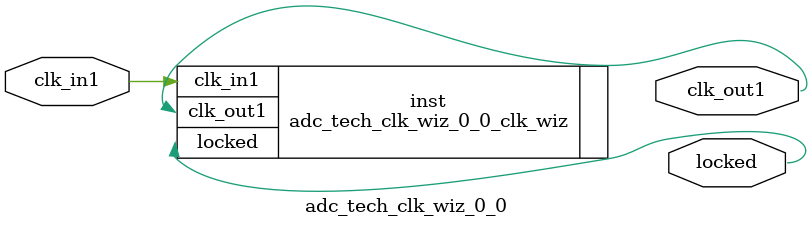
<source format=v>


`timescale 1ps/1ps

(* CORE_GENERATION_INFO = "adc_tech_clk_wiz_0_0,clk_wiz_v6_0_6_0_0,{component_name=adc_tech_clk_wiz_0_0,use_phase_alignment=false,use_min_o_jitter=false,use_max_i_jitter=false,use_dyn_phase_shift=false,use_inclk_switchover=false,use_dyn_reconfig=false,enable_axi=0,feedback_source=FDBK_AUTO,PRIMITIVE=MMCM,num_out_clk=1,clkin1_period=8.000,clkin2_period=10.000,use_power_down=false,use_reset=false,use_locked=true,use_inclk_stopped=false,feedback_type=SINGLE,CLOCK_MGR_TYPE=NA,manual_override=false}" *)

module adc_tech_clk_wiz_0_0 
 (
  // Clock out ports
  output        clk_out1,
  // Status and control signals
  output        locked,
 // Clock in ports
  input         clk_in1
 );

  adc_tech_clk_wiz_0_0_clk_wiz inst
  (
  // Clock out ports  
  .clk_out1(clk_out1),
  // Status and control signals               
  .locked(locked),
 // Clock in ports
  .clk_in1(clk_in1)
  );

endmodule

</source>
